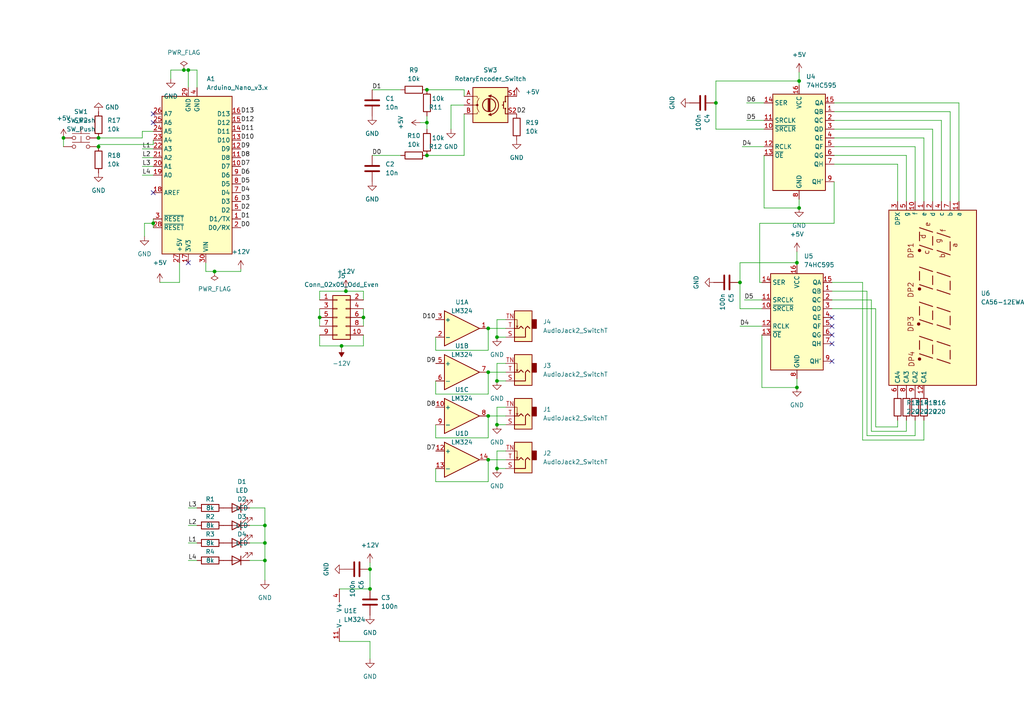
<source format=kicad_sch>
(kicad_sch (version 20211123) (generator eeschema)
  (paper "A4")
  (lib_symbols
    (symbol "74xx:74HC595"
      (property "Reference" "U" (at -7.62 13.97 0))
      (property "Value" "74HC595" (at -7.62 -16.51 0))
      (symbol "74HC595_1_0"
        (pin tri_state line (at 10.16 7.62 180) (length 2.54) (name "QB") (number "1"))
        (pin input line (at -10.16 2.54 0) (length 2.54) (name "~{SRCLR}") (number "10"))
        (pin input line (at -10.16 5.08 0) (length 2.54) (name "SRCLK") (number "11"))
        (pin input line (at -10.16 -2.54 0) (length 2.54) (name "RCLK") (number "12"))
        (pin input line (at -10.16 -5.08 0) (length 2.54) (name "~{OE}") (number "13"))
        (pin input line (at -10.16 10.16 0) (length 2.54) (name "SER") (number "14"))
        (pin tri_state line (at 10.16 10.16 180) (length 2.54) (name "QA") (number "15"))
        (pin power_in line (at 0 15.24 270) (length 2.54) (name "VCC") (number "16"))
        (pin tri_state line (at 10.16 5.08 180) (length 2.54) (name "QC") (number "2"))
        (pin tri_state line (at 10.16 2.54 180) (length 2.54) (name "QD") (number "3"))
        (pin tri_state line (at 10.16 0 180) (length 2.54) (name "QE") (number "4"))
        (pin tri_state line (at 10.16 -2.54 180) (length 2.54) (name "QF") (number "5"))
        (pin tri_state line (at 10.16 -5.08 180) (length 2.54) (name "QG") (number "6"))
        (pin tri_state line (at 10.16 -7.62 180) (length 2.54) (name "QH") (number "7"))
        (pin power_in line (at 0 -17.78 90) (length 2.54) (name "GND") (number "8"))
        (pin output line (at 10.16 -12.7 180) (length 2.54) (name "QH'") (number "9"))
      )
      (symbol "74HC595_1_1"
        (rectangle (start -7.62 12.7) (end 7.62 -15.24) (stroke (width 0.254)) (fill (type background)))
      )
    )
    (symbol "Amplifier_Operational:LM324" (pin_names (offset 0.127))
      (property "Reference" "U" (at 0 5.08 0))
      (property "Value" "LM324" (at 0 -5.08 0))
      (symbol "LM324_1_1"
        (polyline (pts (xy -5.08 5.08) (xy 5.08 0) (xy -5.08 -5.08) (xy -5.08 5.08)) (stroke (width 0.254)) (fill (type background)))
        (pin output line (at 7.62 0 180) (length 2.54) (name "~") (number "1"))
        (pin input line (at -7.62 -2.54 0) (length 2.54) (name "-") (number "2"))
        (pin input line (at -7.62 2.54 0) (length 2.54) (name "+") (number "3"))
      )
      (symbol "LM324_2_1"
        (polyline (pts (xy -5.08 5.08) (xy 5.08 0) (xy -5.08 -5.08) (xy -5.08 5.08)) (stroke (width 0.254)) (fill (type background)))
        (pin input line (at -7.62 2.54 0) (length 2.54) (name "+") (number "5"))
        (pin input line (at -7.62 -2.54 0) (length 2.54) (name "-") (number "6"))
        (pin output line (at 7.62 0 180) (length 2.54) (name "~") (number "7"))
      )
      (symbol "LM324_3_1"
        (polyline (pts (xy -5.08 5.08) (xy 5.08 0) (xy -5.08 -5.08) (xy -5.08 5.08)) (stroke (width 0.254)) (fill (type background)))
        (pin input line (at -7.62 2.54 0) (length 2.54) (name "+") (number "10"))
        (pin output line (at 7.62 0 180) (length 2.54) (name "~") (number "8"))
        (pin input line (at -7.62 -2.54 0) (length 2.54) (name "-") (number "9"))
      )
      (symbol "LM324_4_1"
        (polyline (pts (xy -5.08 5.08) (xy 5.08 0) (xy -5.08 -5.08) (xy -5.08 5.08)) (stroke (width 0.254)) (fill (type background)))
        (pin input line (at -7.62 2.54 0) (length 2.54) (name "+") (number "12"))
        (pin input line (at -7.62 -2.54 0) (length 2.54) (name "-") (number "13"))
        (pin output line (at 7.62 0 180) (length 2.54) (name "~") (number "14"))
      )
      (symbol "LM324_5_1"
        (pin power_in line (at -2.54 -7.62 90) (length 3.81) (name "V-") (number "11"))
        (pin power_in line (at -2.54 7.62 270) (length 3.81) (name "V+") (number "4"))
      )
    )
    (symbol "Connector:AudioJack2_SwitchT"
      (property "Reference" "J" (at 0 8.89 0))
      (property "Value" "AudioJack2_SwitchT" (at 0 6.35 0))
      (symbol "AudioJack2_SwitchT_0_1"
        (rectangle (start -2.54 0) (end -3.81 -2.54) (stroke (width 0.254)) (fill (type outline)))
        (polyline (pts (xy 1.778 -0.254) (xy 2.032 -0.762)))
        (polyline (pts (xy 0 0) (xy 0.635 -0.635) (xy 1.27 0) (xy 2.54 0)) (stroke (width 0.254)))
        (polyline (pts (xy 2.54 -2.54) (xy 1.778 -2.54) (xy 1.778 -0.254) (xy 1.524 -0.762)))
        (polyline (pts (xy 2.54 2.54) (xy -0.635 2.54) (xy -0.635 0) (xy -1.27 -0.635) (xy -1.905 0)) (stroke (width 0.254)))
        (rectangle (start 2.54 3.81) (end -2.54 -5.08) (stroke (width 0.254)) (fill (type background)))
      )
      (symbol "AudioJack2_SwitchT_1_1"
        (pin passive line (at 5.08 2.54 180) (length 2.54) (name "~") (number "S"))
        (pin passive line (at 5.08 0 180) (length 2.54) (name "~") (number "T"))
        (pin passive line (at 5.08 -2.54 180) (length 2.54) (name "~") (number "TN"))
      )
    )
    (symbol "Connector_Generic:Conn_02x05_Odd_Even" (pin_names (offset 1.016) hide)
      (property "Reference" "J" (at 1.27 7.62 0))
      (property "Value" "Conn_02x05_Odd_Even" (at 1.27 -7.62 0))
      (symbol "Conn_02x05_Odd_Even_1_1"
        (rectangle (start -1.27 -4.953) (end 0 -5.207) (stroke (width 0.1524)))
        (rectangle (start -1.27 -2.413) (end 0 -2.667) (stroke (width 0.1524)))
        (rectangle (start -1.27 0.127) (end 0 -0.127) (stroke (width 0.1524)))
        (rectangle (start -1.27 2.667) (end 0 2.413) (stroke (width 0.1524)))
        (rectangle (start -1.27 5.207) (end 0 4.953) (stroke (width 0.1524)))
        (rectangle (start -1.27 6.35) (end 3.81 -6.35) (stroke (width 0.254)) (fill (type background)))
        (rectangle (start 3.81 -4.953) (end 2.54 -5.207) (stroke (width 0.1524)))
        (rectangle (start 3.81 -2.413) (end 2.54 -2.667) (stroke (width 0.1524)))
        (rectangle (start 3.81 0.127) (end 2.54 -0.127) (stroke (width 0.1524)))
        (rectangle (start 3.81 2.667) (end 2.54 2.413) (stroke (width 0.1524)))
        (rectangle (start 3.81 5.207) (end 2.54 4.953) (stroke (width 0.1524)))
        (pin passive line (at -5.08 5.08 0) (length 3.81) (name "Pin_1") (number "1"))
        (pin passive line (at 7.62 -5.08 180) (length 3.81) (name "Pin_10") (number "10"))
        (pin passive line (at 7.62 5.08 180) (length 3.81) (name "Pin_2") (number "2"))
        (pin passive line (at -5.08 2.54 0) (length 3.81) (name "Pin_3") (number "3"))
        (pin passive line (at 7.62 2.54 180) (length 3.81) (name "Pin_4") (number "4"))
        (pin passive line (at -5.08 0 0) (length 3.81) (name "Pin_5") (number "5"))
        (pin passive line (at 7.62 0 180) (length 3.81) (name "Pin_6") (number "6"))
        (pin passive line (at -5.08 -2.54 0) (length 3.81) (name "Pin_7") (number "7"))
        (pin passive line (at 7.62 -2.54 180) (length 3.81) (name "Pin_8") (number "8"))
        (pin passive line (at -5.08 -5.08 0) (length 3.81) (name "Pin_9") (number "9"))
      )
    )
    (symbol "Device:C" (pin_numbers hide) (pin_names (offset 0.254))
      (property "Reference" "C" (at 0.635 2.54 0))
      (property "Value" "C" (at 0.635 -2.54 0))
      (symbol "C_0_1"
        (polyline (pts (xy -2.032 -0.762) (xy 2.032 -0.762)) (stroke (width 0.508)))
        (polyline (pts (xy -2.032 0.762) (xy 2.032 0.762)) (stroke (width 0.508)))
      )
      (symbol "C_1_1"
        (pin passive line (at 0 3.81 270) (length 2.794) (name "~") (number "1"))
        (pin passive line (at 0 -3.81 90) (length 2.794) (name "~") (number "2"))
      )
    )
    (symbol "Device:LED" (pin_numbers hide) (pin_names (offset 1.016) hide)
      (property "Reference" "D" (at 0 2.54 0))
      (property "Value" "LED" (at 0 -2.54 0))
      (symbol "LED_0_1"
        (polyline (pts (xy -1.27 -1.27) (xy -1.27 1.27)) (stroke (width 0.254)))
        (polyline (pts (xy -1.27 0) (xy 1.27 0)))
        (polyline (pts (xy 1.27 -1.27) (xy 1.27 1.27) (xy -1.27 0) (xy 1.27 -1.27)) (stroke (width 0.254)))
        (polyline (pts (xy -3.048 -0.762) (xy -4.572 -2.286) (xy -3.81 -2.286) (xy -4.572 -2.286) (xy -4.572 -1.524)))
        (polyline (pts (xy -1.778 -0.762) (xy -3.302 -2.286) (xy -2.54 -2.286) (xy -3.302 -2.286) (xy -3.302 -1.524)))
      )
      (symbol "LED_1_1"
        (pin passive line (at -3.81 0 0) (length 2.54) (name "K") (number "1"))
        (pin passive line (at 3.81 0 180) (length 2.54) (name "A") (number "2"))
      )
    )
    (symbol "Device:R" (pin_numbers hide) (pin_names (offset 0))
      (property "Reference" "R" (at 2.032 0 90))
      (property "Value" "R" (at 0 0 90))
      (symbol "R_0_1"
        (rectangle (start -1.016 -2.54) (end 1.016 2.54) (stroke (width 0.254)))
      )
      (symbol "R_1_1"
        (pin passive line (at 0 3.81 270) (length 1.27) (name "~") (number "1"))
        (pin passive line (at 0 -3.81 90) (length 1.27) (name "~") (number "2"))
      )
    )
    (symbol "Device:RotaryEncoder_Switch" (pin_names (offset 0.254) hide)
      (property "Reference" "SW" (at 0 6.604 0))
      (property "Value" "RotaryEncoder_Switch" (at 0 -6.604 0))
      (symbol "RotaryEncoder_Switch_0_1"
        (rectangle (start -5.08 5.08) (end 5.08 -5.08) (stroke (width 0.254)) (fill (type background)))
        (circle (center -3.81 0) (radius 0.254) (fill (type outline)))
        (arc (start -0.381 -2.794) (mid 2.3622 -0.0635) (end -0.381 2.667) (stroke (width 0.254)))
        (circle (center -0.381 0) (radius 1.905) (stroke (width 0.254)))
        (polyline (pts (xy -0.635 -1.778) (xy -0.635 1.778)) (stroke (width 0.254)))
        (polyline (pts (xy -0.381 -1.778) (xy -0.381 1.778)) (stroke (width 0.254)))
        (polyline (pts (xy -0.127 1.778) (xy -0.127 -1.778)) (stroke (width 0.254)))
        (polyline (pts (xy 3.81 0) (xy 3.429 0)) (stroke (width 0.254)))
        (polyline (pts (xy 3.81 1.016) (xy 3.81 -1.016)) (stroke (width 0.254)))
        (polyline (pts (xy -5.08 -2.54) (xy -3.81 -2.54) (xy -3.81 -2.032)))
        (polyline (pts (xy -5.08 2.54) (xy -3.81 2.54) (xy -3.81 2.032)))
        (polyline (pts (xy 0.254 -3.048) (xy -0.508 -2.794) (xy 0.127 -2.413)) (stroke (width 0.254)))
        (polyline (pts (xy 0.254 2.921) (xy -0.508 2.667) (xy 0.127 2.286)) (stroke (width 0.254)))
        (polyline (pts (xy 5.08 -2.54) (xy 4.318 -2.54) (xy 4.318 -1.016)) (stroke (width 0.254)))
        (polyline (pts (xy 5.08 2.54) (xy 4.318 2.54) (xy 4.318 1.016)) (stroke (width 0.254)))
        (polyline (pts (xy -5.08 0) (xy -3.81 0) (xy -3.81 -1.016) (xy -3.302 -2.032)))
        (polyline (pts (xy -4.318 0) (xy -3.81 0) (xy -3.81 1.016) (xy -3.302 2.032)))
        (circle (center 4.318 -1.016) (radius 0.127) (stroke (width 0.254)))
        (circle (center 4.318 1.016) (radius 0.127) (stroke (width 0.254)))
      )
      (symbol "RotaryEncoder_Switch_1_1"
        (pin passive line (at -7.62 2.54 0) (length 2.54) (name "A") (number "A"))
        (pin passive line (at -7.62 -2.54 0) (length 2.54) (name "B") (number "B"))
        (pin passive line (at -7.62 0 0) (length 2.54) (name "C") (number "C"))
        (pin passive line (at 7.62 2.54 180) (length 2.54) (name "S1") (number "S1"))
        (pin passive line (at 7.62 -2.54 180) (length 2.54) (name "S2") (number "S2"))
      )
    )
    (symbol "Display_Character:CA56-12EWA"
      (property "Reference" "U" (at -24.13 13.97 0))
      (property "Value" "CA56-12EWA" (at 19.05 13.97 0))
      (symbol "CA56-12EWA_0_0"
        (rectangle (start -25.4 12.7) (end 25.4 -12.7) (stroke (width 0.254)) (fill (type background)))
        (polyline (pts (xy -20.32 -3.81) (xy -19.05 0)) (stroke (width 0.254)))
        (polyline (pts (xy -19.05 -3.81) (xy -16.51 -3.81)) (stroke (width 0.254)))
        (polyline (pts (xy -18.796 1.27) (xy -17.526 5.08)) (stroke (width 0.254)))
        (polyline (pts (xy -17.78 0) (xy -15.24 0)) (stroke (width 0.254)))
        (polyline (pts (xy -16.256 5.08) (xy -13.716 5.08)) (stroke (width 0.254)))
        (polyline (pts (xy -15.24 -3.81) (xy -13.97 0)) (stroke (width 0.254)))
        (polyline (pts (xy -13.716 1.27) (xy -12.446 5.08)) (stroke (width 0.254)))
        (polyline (pts (xy -8.89 -3.81) (xy -7.62 0)) (stroke (width 0.254)))
        (polyline (pts (xy -7.62 -3.81) (xy -5.08 -3.81)) (stroke (width 0.254)))
        (polyline (pts (xy -7.366 1.27) (xy -6.096 5.08)) (stroke (width 0.254)))
        (polyline (pts (xy -6.35 0) (xy -3.81 0)) (stroke (width 0.254)))
        (polyline (pts (xy -4.826 5.08) (xy -2.286 5.08)) (stroke (width 0.254)))
        (polyline (pts (xy -3.81 -3.81) (xy -2.54 0)) (stroke (width 0.254)))
        (polyline (pts (xy -2.286 1.27) (xy -1.016 5.08)) (stroke (width 0.254)))
        (polyline (pts (xy 1.27 -3.81) (xy 2.54 0)) (stroke (width 0.254)))
        (polyline (pts (xy 2.54 -3.81) (xy 5.08 -3.81)) (stroke (width 0.254)))
        (polyline (pts (xy 2.794 1.27) (xy 4.064 5.08)) (stroke (width 0.254)))
        (polyline (pts (xy 3.81 0) (xy 6.35 0)) (stroke (width 0.254)))
        (polyline (pts (xy 5.334 5.08) (xy 7.874 5.08)) (stroke (width 0.254)))
        (polyline (pts (xy 6.35 -3.81) (xy 7.62 0)) (stroke (width 0.254)))
        (polyline (pts (xy 7.874 1.27) (xy 9.144 5.08)) (stroke (width 0.254)))
        (polyline (pts (xy 11.176 -3.81) (xy 12.446 0)) (stroke (width 0.254)))
        (polyline (pts (xy 12.446 -3.81) (xy 14.986 -3.81)) (stroke (width 0.254)))
        (polyline (pts (xy 12.7 1.27) (xy 13.97 5.08)) (stroke (width 0.254)))
        (polyline (pts (xy 13.716 0) (xy 16.256 0)) (stroke (width 0.254)))
        (polyline (pts (xy 15.24 5.08) (xy 17.78 5.08)) (stroke (width 0.254)))
        (polyline (pts (xy 16.256 -3.81) (xy 17.526 0)) (stroke (width 0.254)))
        (polyline (pts (xy 17.78 1.27) (xy 19.05 5.08)) (stroke (width 0.254)))
        (text "a" (at -15.24 6.35 0) (effects (font (size 1.524 1.524))))
        (text "b" (at -12.192 2.794 0) (effects (font (size 1.524 1.524))))
        (text "c" (at -13.208 -1.778 0) (effects (font (size 1.524 1.524))))
        (text "d" (at -17.78 -2.794 0) (effects (font (size 1.524 1.524))))
        (text "DP1" (at -13.716 -6.35 0) (effects (font (size 1.524 1.524))))
        (text "DP2" (at -2.286 -6.35 0) (effects (font (size 1.524 1.524))))
        (text "DP3" (at 7.62 -6.35 0) (effects (font (size 1.524 1.524))))
        (text "DP4" (at 17.78 -6.096 0) (effects (font (size 1.524 1.524))))
        (text "e" (at -21.336 -1.524 0) (effects (font (size 1.524 1.524))))
        (text "f" (at -19.558 3.048 0) (effects (font (size 1.524 1.524))))
        (text "g" (at -16.51 1.524 0) (effects (font (size 1.524 1.524))))
      )
      (symbol "CA56-12EWA_0_1"
        (circle (center -13.716 -3.81) (radius 0.3556) (stroke (width 0.254)) (fill (type outline)))
        (circle (center -2.54 -3.81) (radius 0.3556) (stroke (width 0.254)) (fill (type outline)))
      )
      (symbol "CA56-12EWA_1_0"
        (circle (center 7.62 -4.064) (radius 0.3556) (stroke (width 0.254)) (fill (type outline)))
        (circle (center 17.78 -3.81) (radius 0.3556) (stroke (width 0.254)) (fill (type outline)))
      )
      (symbol "CA56-12EWA_1_1"
        (pin input line (at -27.94 -2.54 0) (length 2.54) (name "e") (number "1"))
        (pin input line (at -27.94 -5.08 0) (length 2.54) (name "f") (number "10"))
        (pin input line (at -27.94 7.62 0) (length 2.54) (name "a") (number "11"))
        (pin input line (at 27.94 -2.54 180) (length 2.54) (name "CA1") (number "12"))
        (pin input line (at -27.94 0 0) (length 2.54) (name "d") (number "2"))
        (pin input line (at -27.94 -10.16 0) (length 2.54) (name "DPX") (number "3"))
        (pin input line (at -27.94 2.54 0) (length 2.54) (name "c") (number "4"))
        (pin input line (at -27.94 -7.62 0) (length 2.54) (name "g") (number "5"))
        (pin input line (at 27.94 -10.16 180) (length 2.54) (name "CA4") (number "6"))
        (pin input line (at -27.94 5.08 0) (length 2.54) (name "b") (number "7"))
        (pin input line (at 27.94 -7.62 180) (length 2.54) (name "CA3") (number "8"))
        (pin input line (at 27.94 -5.08 180) (length 2.54) (name "CA2") (number "9"))
      )
    )
    (symbol "MCU_Module:Arduino_Nano_v3.x"
      (property "Reference" "A" (at -10.16 23.495 0))
      (property "Value" "Arduino_Nano_v3.x" (at 5.08 -24.13 0))
      (symbol "Arduino_Nano_v3.x_0_1"
        (rectangle (start -10.16 22.86) (end 10.16 -22.86) (stroke (width 0.254)) (fill (type background)))
      )
      (symbol "Arduino_Nano_v3.x_1_1"
        (pin bidirectional line (at -12.7 12.7 0) (length 2.54) (name "D1/TX") (number "1"))
        (pin bidirectional line (at -12.7 -2.54 0) (length 2.54) (name "D7") (number "10"))
        (pin bidirectional line (at -12.7 -5.08 0) (length 2.54) (name "D8") (number "11"))
        (pin bidirectional line (at -12.7 -7.62 0) (length 2.54) (name "D9") (number "12"))
        (pin bidirectional line (at -12.7 -10.16 0) (length 2.54) (name "D10") (number "13"))
        (pin bidirectional line (at -12.7 -12.7 0) (length 2.54) (name "D11") (number "14"))
        (pin bidirectional line (at -12.7 -15.24 0) (length 2.54) (name "D12") (number "15"))
        (pin bidirectional line (at -12.7 -17.78 0) (length 2.54) (name "D13") (number "16"))
        (pin power_out line (at 2.54 25.4 270) (length 2.54) (name "3V3") (number "17"))
        (pin input line (at 12.7 5.08 180) (length 2.54) (name "AREF") (number "18"))
        (pin bidirectional line (at 12.7 0 180) (length 2.54) (name "A0") (number "19"))
        (pin bidirectional line (at -12.7 15.24 0) (length 2.54) (name "D0/RX") (number "2"))
        (pin bidirectional line (at 12.7 -2.54 180) (length 2.54) (name "A1") (number "20"))
        (pin bidirectional line (at 12.7 -5.08 180) (length 2.54) (name "A2") (number "21"))
        (pin bidirectional line (at 12.7 -7.62 180) (length 2.54) (name "A3") (number "22"))
        (pin bidirectional line (at 12.7 -10.16 180) (length 2.54) (name "A4") (number "23"))
        (pin bidirectional line (at 12.7 -12.7 180) (length 2.54) (name "A5") (number "24"))
        (pin bidirectional line (at 12.7 -15.24 180) (length 2.54) (name "A6") (number "25"))
        (pin bidirectional line (at 12.7 -17.78 180) (length 2.54) (name "A7") (number "26"))
        (pin power_out line (at 5.08 25.4 270) (length 2.54) (name "+5V") (number "27"))
        (pin input line (at 12.7 15.24 180) (length 2.54) (name "~{RESET}") (number "28"))
        (pin power_in line (at 2.54 -25.4 90) (length 2.54) (name "GND") (number "29"))
        (pin input line (at 12.7 12.7 180) (length 2.54) (name "~{RESET}") (number "3"))
        (pin power_in line (at -2.54 25.4 270) (length 2.54) (name "VIN") (number "30"))
        (pin power_in line (at 0 -25.4 90) (length 2.54) (name "GND") (number "4"))
        (pin bidirectional line (at -12.7 10.16 0) (length 2.54) (name "D2") (number "5"))
        (pin bidirectional line (at -12.7 7.62 0) (length 2.54) (name "D3") (number "6"))
        (pin bidirectional line (at -12.7 5.08 0) (length 2.54) (name "D4") (number "7"))
        (pin bidirectional line (at -12.7 2.54 0) (length 2.54) (name "D5") (number "8"))
        (pin bidirectional line (at -12.7 0 0) (length 2.54) (name "D6") (number "9"))
      )
    )
    (symbol "Switch:SW_Push" (pin_numbers hide) (pin_names (offset 1.016) hide)
      (property "Reference" "SW" (at 1.27 2.54 0))
      (property "Value" "SW_Push" (at 0 -1.524 0))
      (symbol "SW_Push_0_1"
        (circle (center -2.032 0) (radius 0.508))
        (polyline (pts (xy 0 1.27) (xy 0 3.048)))
        (polyline (pts (xy 2.54 1.27) (xy -2.54 1.27)))
        (circle (center 2.032 0) (radius 0.508))
        (pin passive line (at -5.08 0 0) (length 2.54) (name "1") (number "1"))
        (pin passive line (at 5.08 0 180) (length 2.54) (name "2") (number "2"))
      )
    )
    (symbol "power:+12V" (power) (pin_names (offset 0))
      (property "Value" "+12V" (at 0 3.556 0))
      (symbol "+12V_0_1"
        (polyline (pts (xy -0.762 1.27) (xy 0 2.54)))
        (polyline (pts (xy 0 0) (xy 0 2.54)))
        (polyline (pts (xy 0 2.54) (xy 0.762 1.27)))
      )
      (symbol "+12V_1_1"
        (pin power_in line (at 0 0 90) (length 0) hide (name "+12V") (number "1"))
      )
    )
    (symbol "power:+5V" (power) (pin_names (offset 0))
      (property "Value" "+5V" (at 0 3.556 0))
      (symbol "+5V_0_1"
        (polyline (pts (xy -0.762 1.27) (xy 0 2.54)))
        (polyline (pts (xy 0 0) (xy 0 2.54)))
        (polyline (pts (xy 0 2.54) (xy 0.762 1.27)))
      )
      (symbol "+5V_1_1"
        (pin power_in line (at 0 0 90) (length 0) hide (name "+5V") (number "1"))
      )
    )
    (symbol "power:-12V" (power) (pin_names (offset 0))
      (property "Value" "-12V" (at 0 3.81 0))
      (symbol "-12V_0_0"
        (pin power_in line (at 0 0 90) (length 0) hide (name "-12V") (number "1"))
      )
      (symbol "-12V_0_1"
        (polyline (pts (xy 0 0) (xy 0 1.27) (xy 0.762 1.27) (xy 0 2.54) (xy -0.762 1.27) (xy 0 1.27)) (fill (type outline)))
      )
    )
    (symbol "power:GND" (power) (pin_names (offset 0))
      (property "Value" "GND" (at 0 -3.81 0))
      (symbol "GND_0_1"
        (polyline (pts (xy 0 0) (xy 0 -1.27) (xy 1.27 -1.27) (xy 0 -2.54) (xy -1.27 -1.27) (xy 0 -1.27)))
      )
      (symbol "GND_1_1"
        (pin power_in line (at 0 0 270) (length 0) hide (name "GND") (number "1"))
      )
    )
    (symbol "power:PWR_FLAG" (power) (pin_numbers hide) (pin_names (offset 0) hide)
      (property "Value" "PWR_FLAG" (at 0 3.81 0))
      (symbol "PWR_FLAG_0_0"
        (pin power_out line (at 0 0 90) (length 0) (name "pwr") (number "1"))
      )
      (symbol "PWR_FLAG_0_1"
        (polyline (pts (xy 0 0) (xy 0 1.27) (xy -1.016 1.905) (xy 0 2.54) (xy 1.016 1.905) (xy 0 1.27)))
      )
    )
  )
  (junction (at 105.41 92.075))
  (junction (at 141.605 95.25))
  (junction (at 231.14 112.395))
  (junction (at 53.34 20.32))
  (junction (at 28.575 42.545))
  (junction (at 100.33 84.455))
  (junction (at 144.145 123.19))
  (junction (at 144.145 97.79))
  (junction (at 231.14 76.2))
  (junction (at 107.315 165.1))
  (junction (at 123.825 35.56))
  (junction (at 44.45 64.77))
  (junction (at 76.835 157.48))
  (junction (at 123.825 45.085))
  (junction (at 214.63 81.915))
  (junction (at 141.605 107.95))
  (junction (at 99.06 100.33))
  (junction (at 92.71 92.075))
  (junction (at 76.835 152.4))
  (junction (at 231.775 23.495))
  (junction (at 144.145 110.49))
  (junction (at 76.835 162.56))
  (junction (at 141.605 133.35))
  (junction (at 144.145 135.89))
  (junction (at 207.645 29.845))
  (junction (at 123.825 26.035))
  (junction (at 28.575 40.005))
  (junction (at 107.315 170.815))
  (junction (at 18.415 40.005))
  (junction (at 231.775 60.325))
  (junction (at 54.61 20.32))
  (junction (at 141.605 120.65))
  (junction (at 62.23 78.74))
  (no_connect (at 44.45 33.02))
  (no_connect (at 54.61 76.2))
  (no_connect (at 44.45 55.88))
  (no_connect (at 241.3 104.775))
  (no_connect (at 241.3 99.695))
  (no_connect (at 241.3 94.615))
  (no_connect (at 44.45 35.56))
  (no_connect (at 241.3 92.075))
  (no_connect (at 241.3 97.155))
  (wire (pts (xy 44.45 64.77) (xy 44.45 66.04)))
  (wire (pts (xy 141.605 95.25) (xy 141.605 101.6)))
  (wire (pts (xy 92.71 86.995) (xy 92.71 84.455)))
  (wire (pts (xy 76.835 157.48) (xy 76.835 162.56)))
  (wire (pts (xy 76.835 152.4) (xy 76.835 157.48)))
  (wire (pts (xy 265.43 58.42) (xy 265.43 42.545)))
  (wire (pts (xy 105.41 84.455) (xy 105.41 86.995)))
  (wire (pts (xy 231.14 76.2) (xy 231.14 76.835)))
  (wire (pts (xy 273.05 58.42) (xy 273.05 34.925)))
  (wire (pts (xy 146.685 105.41) (xy 144.145 105.41)))
  (wire (pts (xy 141.605 120.65) (xy 141.605 127)))
  (wire (pts (xy 146.685 130.81) (xy 144.145 130.81)))
  (wire (pts (xy 126.365 101.6) (xy 126.365 97.79)))
  (wire (pts (xy 265.43 42.545) (xy 241.935 42.545)))
  (wire (pts (xy 241.3 81.915) (xy 250.19 81.915)))
  (wire (pts (xy 134.62 33.02) (xy 134.62 45.085)))
  (wire (pts (xy 241.935 40.005) (xy 267.97 40.005)))
  (wire (pts (xy 220.345 81.915) (xy 220.98 81.915)))
  (wire (pts (xy 69.85 78.105) (xy 69.85 78.74)))
  (wire (pts (xy 28.575 41.91) (xy 28.575 42.545)))
  (wire (pts (xy 241.935 32.385) (xy 275.59 32.385)))
  (wire (pts (xy 44.45 63.5) (xy 44.45 64.77)))
  (wire (pts (xy 220.345 64.77) (xy 220.345 81.915)))
  (wire (pts (xy 41.275 48.26) (xy 44.45 48.26)))
  (wire (pts (xy 231.775 20.955) (xy 231.775 23.495)))
  (wire (pts (xy 123.825 35.56) (xy 123.825 33.655)))
  (wire (pts (xy 273.05 34.925) (xy 241.935 34.925)))
  (wire (pts (xy 107.315 163.195) (xy 107.315 165.1)))
  (wire (pts (xy 134.62 30.48) (xy 130.81 30.48)))
  (wire (pts (xy 251.46 84.455) (xy 241.3 84.455)))
  (wire (pts (xy 265.43 121.92) (xy 265.43 126.365)))
  (wire (pts (xy 134.62 45.085) (xy 123.825 45.085)))
  (wire (pts (xy 216.535 34.925) (xy 221.615 34.925)))
  (wire (pts (xy 99.06 100.33) (xy 92.71 100.33)))
  (wire (pts (xy 216.535 29.845) (xy 221.615 29.845)))
  (wire (pts (xy 241.935 47.625) (xy 260.35 47.625)))
  (wire (pts (xy 54.61 157.48) (xy 57.15 157.48)))
  (wire (pts (xy 141.605 133.35) (xy 141.605 139.7)))
  (wire (pts (xy 92.71 92.075) (xy 92.71 94.615)))
  (wire (pts (xy 214.63 89.535) (xy 214.63 81.915)))
  (wire (pts (xy 107.315 186.055) (xy 107.315 191.135)))
  (wire (pts (xy 54.61 25.4) (xy 54.61 20.32)))
  (wire (pts (xy 107.315 165.1) (xy 107.315 170.815)))
  (wire (pts (xy 126.365 114.3) (xy 126.365 110.49)))
  (wire (pts (xy 72.39 157.48) (xy 76.835 157.48)))
  (wire (pts (xy 54.61 147.32) (xy 57.15 147.32)))
  (wire (pts (xy 144.145 105.41) (xy 144.145 110.49)))
  (wire (pts (xy 44.45 40.64) (xy 44.45 41.91)))
  (wire (pts (xy 18.415 40.005) (xy 18.415 42.545)))
  (wire (pts (xy 41.91 64.77) (xy 44.45 64.77)))
  (wire (pts (xy 59.69 76.2) (xy 59.69 78.74)))
  (wire (pts (xy 146.685 92.71) (xy 144.145 92.71)))
  (wire (pts (xy 252.73 125.095) (xy 262.89 125.095)))
  (wire (pts (xy 62.23 78.74) (xy 69.85 78.74)))
  (wire (pts (xy 241.935 45.085) (xy 262.89 45.085)))
  (wire (pts (xy 123.825 26.035) (xy 134.62 26.035)))
  (wire (pts (xy 141.605 127) (xy 126.365 127)))
  (wire (pts (xy 92.71 100.33) (xy 92.71 97.155)))
  (wire (pts (xy 262.89 121.92) (xy 262.89 125.095)))
  (wire (pts (xy 52.07 76.2) (xy 52.07 81.915)))
  (wire (pts (xy 146.685 118.11) (xy 144.145 118.11)))
  (wire (pts (xy 241.935 37.465) (xy 270.51 37.465)))
  (wire (pts (xy 59.69 78.74) (xy 62.23 78.74)))
  (wire (pts (xy 207.645 29.845) (xy 207.645 23.495)))
  (wire (pts (xy 260.35 121.92) (xy 260.35 123.825)))
  (wire (pts (xy 221.615 45.085) (xy 221.615 60.325)))
  (wire (pts (xy 126.365 123.19) (xy 126.365 127)))
  (wire (pts (xy 141.605 114.3) (xy 126.365 114.3)))
  (wire (pts (xy 231.14 109.855) (xy 231.14 112.395)))
  (wire (pts (xy 100.33 84.455) (xy 105.41 84.455)))
  (wire (pts (xy 49.53 20.32) (xy 53.34 20.32)))
  (wire (pts (xy 100.33 83.82) (xy 100.33 84.455)))
  (wire (pts (xy 41.275 43.18) (xy 44.45 43.18)))
  (wire (pts (xy 57.15 25.4) (xy 57.15 20.32)))
  (wire (pts (xy 220.98 97.155) (xy 220.98 112.395)))
  (wire (pts (xy 46.355 81.915) (xy 52.07 81.915)))
  (wire (pts (xy 72.39 147.32) (xy 76.835 147.32)))
  (wire (pts (xy 72.39 152.4) (xy 76.835 152.4)))
  (wire (pts (xy 220.98 89.535) (xy 214.63 89.535)))
  (wire (pts (xy 98.425 186.055) (xy 107.315 186.055)))
  (wire (pts (xy 72.39 162.56) (xy 76.835 162.56)))
  (wire (pts (xy 54.61 20.32) (xy 57.15 20.32)))
  (wire (pts (xy 215.265 42.545) (xy 221.615 42.545)))
  (wire (pts (xy 134.62 26.035) (xy 134.62 27.94)))
  (wire (pts (xy 207.645 37.465) (xy 207.645 29.845)))
  (wire (pts (xy 41.91 68.58) (xy 41.91 64.77)))
  (wire (pts (xy 262.89 45.085) (xy 262.89 58.42)))
  (wire (pts (xy 214.63 81.915) (xy 214.63 76.2)))
  (wire (pts (xy 76.835 147.32) (xy 76.835 152.4)))
  (wire (pts (xy 141.605 107.95) (xy 146.685 107.95)))
  (wire (pts (xy 220.345 64.77) (xy 241.935 64.77)))
  (wire (pts (xy 144.145 97.79) (xy 146.685 97.79)))
  (wire (pts (xy 241.935 29.845) (xy 278.13 29.845)))
  (wire (pts (xy 107.95 45.085) (xy 116.205 45.085)))
  (wire (pts (xy 141.605 101.6) (xy 126.365 101.6)))
  (wire (pts (xy 92.71 84.455) (xy 100.33 84.455)))
  (wire (pts (xy 105.41 89.535) (xy 105.41 92.075)))
  (wire (pts (xy 41.275 40.005) (xy 41.275 38.1)))
  (wire (pts (xy 214.63 94.615) (xy 220.98 94.615)))
  (wire (pts (xy 241.3 86.995) (xy 252.73 86.995)))
  (wire (pts (xy 231.775 23.495) (xy 231.775 24.765)))
  (wire (pts (xy 53.34 20.32) (xy 54.61 20.32)))
  (wire (pts (xy 250.19 81.915) (xy 250.19 127.635)))
  (wire (pts (xy 141.605 139.7) (xy 126.365 139.7)))
  (wire (pts (xy 107.95 26.035) (xy 116.205 26.035)))
  (wire (pts (xy 49.53 20.32) (xy 49.53 22.86)))
  (wire (pts (xy 252.73 86.995) (xy 252.73 125.095)))
  (wire (pts (xy 221.615 37.465) (xy 207.645 37.465)))
  (wire (pts (xy 123.825 35.56) (xy 123.825 37.465)))
  (wire (pts (xy 130.81 30.48) (xy 130.81 37.465)))
  (wire (pts (xy 220.98 112.395) (xy 231.14 112.395)))
  (wire (pts (xy 41.275 50.8) (xy 44.45 50.8)))
  (wire (pts (xy 141.605 95.25) (xy 146.685 95.25)))
  (wire (pts (xy 76.835 162.56) (xy 76.835 168.275)))
  (wire (pts (xy 28.575 40.005) (xy 41.275 40.005)))
  (wire (pts (xy 144.145 130.81) (xy 144.145 135.89)))
  (wire (pts (xy 92.71 89.535) (xy 92.71 92.075)))
  (wire (pts (xy 260.35 58.42) (xy 260.35 47.625)))
  (wire (pts (xy 54.61 162.56) (xy 57.15 162.56)))
  (wire (pts (xy 144.145 118.11) (xy 144.145 123.19)))
  (wire (pts (xy 278.13 29.845) (xy 278.13 58.42)))
  (wire (pts (xy 221.615 60.325) (xy 231.775 60.325)))
  (wire (pts (xy 141.605 107.95) (xy 141.605 114.3)))
  (wire (pts (xy 144.145 110.49) (xy 146.685 110.49)))
  (wire (pts (xy 105.41 92.075) (xy 105.41 94.615)))
  (wire (pts (xy 105.41 100.33) (xy 99.06 100.33)))
  (wire (pts (xy 41.275 38.1) (xy 44.45 38.1)))
  (wire (pts (xy 267.97 40.005) (xy 267.97 58.42)))
  (wire (pts (xy 231.775 57.785) (xy 231.775 60.325)))
  (wire (pts (xy 41.275 45.72) (xy 44.45 45.72)))
  (wire (pts (xy 267.97 121.92) (xy 267.97 127.635)))
  (wire (pts (xy 144.145 123.19) (xy 146.685 123.19)))
  (wire (pts (xy 215.9 86.995) (xy 220.98 86.995)))
  (wire (pts (xy 99.06 100.33) (xy 99.06 100.965)))
  (wire (pts (xy 251.46 126.365) (xy 251.46 84.455)))
  (wire (pts (xy 214.63 76.2) (xy 231.14 76.2)))
  (wire (pts (xy 54.61 152.4) (xy 57.15 152.4)))
  (wire (pts (xy 44.45 41.91) (xy 28.575 41.91)))
  (wire (pts (xy 260.35 123.825) (xy 254 123.825)))
  (wire (pts (xy 207.645 23.495) (xy 231.775 23.495)))
  (wire (pts (xy 144.145 135.89) (xy 146.685 135.89)))
  (wire (pts (xy 231.14 73.025) (xy 231.14 76.2)))
  (wire (pts (xy 98.425 170.815) (xy 107.315 170.815)))
  (wire (pts (xy 141.605 133.35) (xy 146.685 133.35)))
  (wire (pts (xy 144.145 92.71) (xy 144.145 97.79)))
  (wire (pts (xy 105.41 97.155) (xy 105.41 100.33)))
  (wire (pts (xy 241.935 52.705) (xy 241.935 64.77)))
  (wire (pts (xy 254 89.535) (xy 241.3 89.535)))
  (wire (pts (xy 254 123.825) (xy 254 89.535)))
  (wire (pts (xy 250.19 127.635) (xy 267.97 127.635)))
  (wire (pts (xy 275.59 32.385) (xy 275.59 58.42)))
  (wire (pts (xy 270.51 37.465) (xy 270.51 58.42)))
  (wire (pts (xy 121.92 35.56) (xy 123.825 35.56)))
  (wire (pts (xy 265.43 126.365) (xy 251.46 126.365)))
  (wire (pts (xy 141.605 120.65) (xy 146.685 120.65)))
  (wire (pts (xy 126.365 139.7) (xy 126.365 135.89)))
  (label "D7" (at 69.85 48.26 0))
  (label "D5" (at 216.535 34.925 0))
  (label "L2" (at 54.61 152.4 0))
  (label "D0" (at 107.95 45.085 0))
  (label "D6" (at 69.85 50.8 0))
  (label "D4" (at 214.63 94.615 0))
  (label "L3" (at 41.275 48.26 0))
  (label "D13" (at 69.85 33.02 0))
  (label "L4" (at 41.275 50.8 0))
  (label "D10" (at 126.365 92.71 180))
  (label "D6" (at 216.535 29.845 0))
  (label "D7" (at 126.365 130.81 180))
  (label "D10" (at 69.85 40.64 0))
  (label "L4" (at 54.61 162.56 0))
  (label "D4" (at 215.265 42.545 0))
  (label "D1" (at 107.95 26.035 0))
  (label "D8" (at 69.85 45.72 0))
  (label "D5" (at 215.9 86.995 0))
  (label "D2" (at 149.86 33.02 0))
  (label "D9" (at 126.365 105.41 180))
  (label "L1" (at 41.275 43.18 0))
  (label "D9" (at 69.85 43.18 0))
  (label "D12" (at 69.85 35.56 0))
  (label "L2" (at 41.275 45.72 0))
  (label "D0" (at 69.85 66.04 0))
  (label "D11" (at 69.85 38.1 0))
  (label "D2" (at 69.85 60.96 0))
  (label "D8" (at 126.365 118.11 180))
  (label "L1" (at 54.61 157.48 0))
  (label "D4" (at 69.85 55.88 0))
  (label "L3" (at 54.61 147.32 0))
  (label "D1" (at 69.85 63.5 0))
  (label "D5" (at 69.85 53.34 0))
  (label "D3" (at 69.85 58.42 0))
  (symbol (lib_id "Amplifier_Operational:LM324") (at 100.965 178.435 0) (unit 5)
    (property "Reference" "U1" (at 99.695 177.1649 0) (effects (justify left)))
    (property "Value" "LM324" (at 99.695 179.7049 0) (effects (justify left)))
    (property "Footprint" "Package_DIP:DIP-14_W7.62mm" (effects hide))
    (property "Datasheet" "http://www.ti.com/lit/ds/symlink/lm2902-n.pdf" (effects hide))
  )
  (symbol (lib_id "Device:LED") (at 68.58 152.4 180) (unit 1)
    (property "Reference" "D2" (at 70.1675 144.78 0))
    (property "Value" "LED" (at 70.1675 147.32 0))
    (property "Footprint" "LED_THT:LED_D3.0mm" (effects hide))
  )
  (symbol (lib_id "power:GND") (at 28.575 32.385 180) (unit 1)
    (property "Reference" "#PWR027" (effects hide))
    (property "Value" "GND" (at 30.48 31.1149 0) (effects (justify right)))
  )
  (symbol (lib_id "power:GND") (at 76.835 168.275 0) (unit 1)
    (property "Reference" "#PWR0101" (effects hide))
    (property "Value" "GND" (at 76.835 173.355 0))
  )
  (symbol (lib_id "Device:R") (at 149.86 36.83 180) (unit 1)
    (property "Reference" "R19" (at 152.4 35.5599 0) (effects (justify right)))
    (property "Value" "10k" (at 152.4 38.0999 0) (effects (justify right)))
    (property "Footprint" "Resistor_THT:R_Axial_DIN0207_L6.3mm_D2.5mm_P7.62mm_Horizontal" (effects hide))
  )
  (symbol (lib_id "power:GND") (at 144.145 123.19 0) (unit 1)
    (property "Reference" "#PWR018" (effects hide))
    (property "Value" "GND" (at 144.145 128.27 0))
  )
  (symbol (lib_id "Switch:SW_Push") (at 23.495 40.005 0) (unit 1)
    (property "Reference" "SW1" (at 23.495 32.385 0))
    (property "Value" "SW_Push" (at 23.495 34.925 0))
    (property "Footprint" "Button_Switch_THT:SW_PUSH_6mm" (effects hide))
  )
  (symbol (lib_id "Connector_Generic:Conn_02x05_Odd_Even") (at 97.79 92.075 0) (unit 1)
    (property "Reference" "J5" (at 99.06 80.01 0))
    (property "Value" "Conn_02x05_Odd_Even" (at 99.06 82.55 0))
    (property "Footprint" "Connector_PinHeader_2.54mm:PinHeader_2x05_P2.54mm_Vertical" (effects hide))
  )
  (symbol (lib_id "power:GND") (at 144.145 97.79 0) (unit 1)
    (property "Reference" "#PWR016" (effects hide))
    (property "Value" "GND" (at 144.145 102.87 0))
  )
  (symbol (lib_id "power:GND") (at 107.95 33.655 0) (unit 1)
    (property "Reference" "#PWR012" (effects hide))
    (property "Value" "GND" (at 107.95 38.735 0))
  )
  (symbol (lib_id "Device:R") (at 262.89 118.11 0) (unit 1)
    (property "Reference" "R14" (at 265.43 116.8399 0) (effects (justify left)))
    (property "Value" "220" (at 265.43 119.3799 0) (effects (justify left)))
    (property "Footprint" "Resistor_THT:R_Axial_DIN0207_L6.3mm_D2.5mm_P7.62mm_Horizontal" (effects hide))
  )
  (symbol (lib_id "Device:LED") (at 68.58 162.56 180) (unit 1)
    (property "Reference" "D4" (at 70.1675 154.94 0))
    (property "Value" "LED" (at 70.1675 157.48 0))
    (property "Footprint" "LED_THT:LED_D3.0mm" (effects hide))
  )
  (symbol (lib_id "Connector:AudioJack2_SwitchT") (at 151.765 107.95 180) (unit 1)
    (property "Reference" "J3" (at 157.48 106.0449 0) (effects (justify right)))
    (property "Value" "AudioJack2_SwitchT" (at 157.48 108.5849 0) (effects (justify right)))
    (property "Footprint" "Eurorack:Thonkiconn" (effects hide))
  )
  (symbol (lib_id "Device:R") (at 260.35 118.11 0) (unit 1)
    (property "Reference" "R13" (at 262.89 116.8399 0) (effects (justify left)))
    (property "Value" "220" (at 262.89 119.3799 0) (effects (justify left)))
    (property "Footprint" "Resistor_THT:R_Axial_DIN0207_L6.3mm_D2.5mm_P7.62mm_Horizontal" (effects hide))
  )
  (symbol (lib_id "power:+5V") (at 149.86 27.94 0) (unit 1)
    (property "Reference" "#PWR024" (effects hide))
    (property "Value" "+5V" (at 152.4 26.6699 0) (effects (justify left)))
  )
  (symbol (lib_id "power:GND") (at 144.145 110.49 0) (unit 1)
    (property "Reference" "#PWR017" (effects hide))
    (property "Value" "GND" (at 144.145 115.57 0))
  )
  (symbol (lib_id "power:+5V") (at 231.14 73.025 0) (unit 1)
    (property "Reference" "#PWR025" (effects hide))
    (property "Value" "+5V" (at 231.14 67.945 0))
  )
  (symbol (lib_id "power:GND") (at 144.145 135.89 0) (unit 1)
    (property "Reference" "#PWR019" (effects hide))
    (property "Value" "GND" (at 144.145 140.97 0))
  )
  (symbol (lib_id "Device:R") (at 120.015 45.085 270) (unit 1)
    (property "Reference" "R10" (at 120.015 39.37 90))
    (property "Value" "10k" (at 120.015 41.91 90))
    (property "Footprint" "Resistor_THT:R_Axial_DIN0207_L6.3mm_D2.5mm_P7.62mm_Horizontal" (effects hide))
  )
  (symbol (lib_id "power:GND") (at 207.01 81.915 270) (unit 1)
    (property "Reference" "#PWR0105" (effects hide))
    (property "Value" "GND" (at 201.93 81.915 0))
  )
  (symbol (lib_id "Device:R") (at 265.43 118.11 0) (unit 1)
    (property "Reference" "R15" (at 267.97 116.8399 0) (effects (justify left)))
    (property "Value" "220" (at 267.97 119.3799 0) (effects (justify left)))
    (property "Footprint" "Resistor_THT:R_Axial_DIN0207_L6.3mm_D2.5mm_P7.62mm_Horizontal" (effects hide))
  )
  (symbol (lib_id "power:GND") (at 99.695 165.1 270) (unit 1)
    (property "Reference" "#PWR010" (effects hide))
    (property "Value" "GND" (at 94.615 165.1 0))
  )
  (symbol (lib_id "Display_Character:CA56-12EWA") (at 270.51 86.36 270) (unit 1)
    (property "Reference" "U6" (at 284.48 85.0899 90) (effects (justify left)))
    (property "Value" "CA56-12EWA" (at 284.48 87.6299 90) (effects (justify left)))
    (property "Footprint" "Display_7Segment:CA56-12EWA" (effects hide))
    (property "Datasheet" "http://www.kingbrightusa.com/images/catalog/SPEC/CA56-12EWA.pdf" (effects hide))
  )
  (symbol (lib_id "power:GND") (at 107.95 52.705 0) (unit 1)
    (property "Reference" "#PWR013" (effects hide))
    (property "Value" "GND" (at 107.95 57.785 0))
  )
  (symbol (lib_id "Device:C") (at 103.505 165.1 270) (unit 1)
    (property "Reference" "C6" (at 104.7751 168.275 0) (effects (justify left)))
    (property "Value" "100n" (at 102.2351 168.275 0) (effects (justify left)))
    (property "Footprint" "Capacitor_THT:C_Disc_D3.8mm_W2.6mm_P2.50mm" (effects hide))
  )
  (symbol (lib_id "Amplifier_Operational:LM324") (at 133.985 107.95 0) (unit 2)
    (property "Reference" "U1" (at 133.985 100.33 0))
    (property "Value" "LM324" (at 133.985 102.87 0))
    (property "Footprint" "Package_DIP:DIP-14_W7.62mm" (effects hide))
    (property "Datasheet" "http://www.ti.com/lit/ds/symlink/lm2902-n.pdf" (effects hide))
  )
  (symbol (lib_id "Device:R") (at 28.575 46.355 180) (unit 1)
    (property "Reference" "R18" (at 31.115 45.0849 0) (effects (justify right)))
    (property "Value" "10k" (at 31.115 47.6249 0) (effects (justify right)))
    (property "Footprint" "Resistor_THT:R_Axial_DIN0207_L6.3mm_D2.5mm_P7.62mm_Horizontal" (effects hide))
  )
  (symbol (lib_id "Connector:AudioJack2_SwitchT") (at 151.765 95.25 180) (unit 1)
    (property "Reference" "J4" (at 157.48 93.3449 0) (effects (justify right)))
    (property "Value" "AudioJack2_SwitchT" (at 157.48 95.8849 0) (effects (justify right)))
    (property "Footprint" "Eurorack:Thonkiconn" (effects hide))
  )
  (symbol (lib_id "Device:R") (at 60.96 157.48 270) (unit 1)
    (property "Reference" "R3" (at 60.96 154.94 90))
    (property "Value" "8k" (at 60.96 157.48 90))
    (property "Footprint" "Resistor_THT:R_Axial_DIN0207_L6.3mm_D2.5mm_P7.62mm_Horizontal" (effects hide))
  )
  (symbol (lib_id "power:+5V") (at 121.92 35.56 90) (unit 1)
    (property "Reference" "#PWR014" (effects hide))
    (property "Value" "+5V" (at 116.205 35.56 0))
  )
  (symbol (lib_id "Device:R") (at 60.96 147.32 90) (unit 1)
    (property "Reference" "R1" (at 60.96 144.78 90))
    (property "Value" "8k" (at 60.96 147.32 90))
    (property "Footprint" "Resistor_THT:R_Axial_DIN0207_L6.3mm_D2.5mm_P7.62mm_Horizontal" (effects hide))
  )
  (symbol (lib_id "Device:LED") (at 68.58 157.48 180) (unit 1)
    (property "Reference" "D3" (at 70.1675 149.86 0))
    (property "Value" "LED" (at 70.1675 152.4 0))
    (property "Footprint" "LED_THT:LED_D3.0mm" (effects hide))
  )
  (symbol (lib_id "MCU_Module:Arduino_Nano_v3.x") (at 57.15 50.8 180) (unit 1)
    (property "Reference" "A1" (at 59.9187 22.86 0) (effects (justify right)))
    (property "Value" "Arduino_Nano_v3.x" (at 59.9187 25.4 0) (effects (justify right)))
    (property "Footprint" "Module:Arduino_Nano" (effects hide))
    (property "Datasheet" "http://www.mouser.com/pdfdocs/Gravitech_Arduino_Nano3_0.pdf" (effects hide))
  )
  (symbol (lib_id "Device:R") (at 267.97 118.11 0) (unit 1)
    (property "Reference" "R16" (at 270.51 116.8399 0) (effects (justify left)))
    (property "Value" "220" (at 270.51 119.3799 0) (effects (justify left)))
    (property "Footprint" "Resistor_THT:R_Axial_DIN0207_L6.3mm_D2.5mm_P7.62mm_Horizontal" (effects hide))
  )
  (symbol (lib_id "power:GND") (at 28.575 50.165 0) (unit 1)
    (property "Reference" "#PWR028" (effects hide))
    (property "Value" "GND" (at 28.575 55.245 0))
  )
  (symbol (lib_id "Device:R") (at 120.015 26.035 90) (unit 1)
    (property "Reference" "R9" (at 120.015 20.32 90))
    (property "Value" "10k" (at 120.015 22.86 90))
    (property "Footprint" "Resistor_THT:R_Axial_DIN0207_L6.3mm_D2.5mm_P7.62mm_Horizontal" (effects hide))
  )
  (symbol (lib_id "Connector:AudioJack2_SwitchT") (at 151.765 120.65 180) (unit 1)
    (property "Reference" "J1" (at 157.48 118.7449 0) (effects (justify right)))
    (property "Value" "AudioJack2_SwitchT" (at 157.48 121.2849 0) (effects (justify right)))
    (property "Footprint" "Eurorack:Thonkiconn" (effects hide))
  )
  (symbol (lib_id "power:GND") (at 130.81 37.465 0) (unit 1)
    (property "Reference" "#PWR015" (effects hide))
    (property "Value" "GND" (at 130.81 42.545 0))
  )
  (symbol (lib_id "Device:R") (at 60.96 162.56 270) (unit 1)
    (property "Reference" "R4" (at 60.96 160.02 90))
    (property "Value" "8k" (at 60.96 162.56 90))
    (property "Footprint" "Resistor_THT:R_Axial_DIN0207_L6.3mm_D2.5mm_P7.62mm_Horizontal" (effects hide))
  )
  (symbol (lib_id "power:PWR_FLAG") (at 53.34 20.32 0) (unit 1)
    (property "Reference" "#FLG0101" (effects hide))
    (property "Value" "PWR_FLAG" (at 53.34 15.24 0))
  )
  (symbol (lib_id "power:+5V") (at 46.355 81.915 0) (unit 1)
    (property "Reference" "#PWR03" (effects hide))
    (property "Value" "+5V" (at 46.355 76.2 0))
  )
  (symbol (lib_id "Amplifier_Operational:LM324") (at 133.985 120.65 0) (unit 3)
    (property "Reference" "U1" (at 133.985 113.03 0))
    (property "Value" "LM324" (at 133.985 115.57 0))
    (property "Footprint" "Package_DIP:DIP-14_W7.62mm" (effects hide))
    (property "Datasheet" "http://www.ti.com/lit/ds/symlink/lm2902-n.pdf" (effects hide))
  )
  (symbol (lib_id "74xx:74HC595") (at 231.14 92.075 0) (unit 1)
    (property "Reference" "U5" (at 233.1594 74.295 0) (effects (justify left)))
    (property "Value" "74HC595" (at 233.1594 76.835 0) (effects (justify left)))
    (property "Footprint" "Package_DIP:DIP-16_W7.62mm" (effects hide))
    (property "Datasheet" "http://www.ti.com/lit/ds/symlink/sn74hc595.pdf" (effects hide))
  )
  (symbol (lib_id "power:+5V") (at 18.415 40.005 0) (unit 1)
    (property "Reference" "#PWR02" (effects hide))
    (property "Value" "+5V" (at 18.415 34.29 0))
  )
  (symbol (lib_id "Device:RotaryEncoder_Switch") (at 142.24 30.48 0) (unit 1)
    (property "Reference" "SW3" (at 142.24 20.32 0))
    (property "Value" "RotaryEncoder_Switch" (at 142.24 22.86 0))
    (property "Footprint" "Rotary_Encoder:RotaryEncoder_Alps_EC11E-Switch_Vertical_H20mm" (effects hide))
  )
  (symbol (lib_id "power:GND") (at 200.025 29.845 270) (unit 1)
    (property "Reference" "#PWR0104" (effects hide))
    (property "Value" "GND" (at 194.945 29.845 0))
  )
  (symbol (lib_id "power:+12V") (at 69.85 78.105 0) (unit 1)
    (property "Reference" "#PWR09" (effects hide))
    (property "Value" "+12V" (at 69.85 73.025 0))
  )
  (symbol (lib_id "power:GND") (at 41.91 68.58 0) (unit 1)
    (property "Reference" "#PWR0103" (effects hide))
    (property "Value" "GND" (at 41.91 73.66 0))
  )
  (symbol (lib_id "Amplifier_Operational:LM324") (at 133.985 95.25 0) (unit 1)
    (property "Reference" "U1" (at 133.985 87.63 0))
    (property "Value" "LM324" (at 133.985 90.17 0))
    (property "Footprint" "Package_DIP:DIP-14_W7.62mm" (effects hide))
    (property "Datasheet" "http://www.ti.com/lit/ds/symlink/lm2902-n.pdf" (effects hide))
  )
  (symbol (lib_id "Device:R") (at 123.825 29.845 0) (unit 1)
    (property "Reference" "R11" (at 128.27 31.115 0) (effects (justify right)))
    (property "Value" "10k" (at 128.905 28.575 0) (effects (justify right)))
    (property "Footprint" "Resistor_THT:R_Axial_DIN0207_L6.3mm_D2.5mm_P7.62mm_Horizontal" (effects hide))
  )
  (symbol (lib_id "power:GND") (at 231.775 60.325 0) (unit 1)
    (property "Reference" "#PWR06" (effects hide))
    (property "Value" "GND" (at 231.775 65.405 0))
  )
  (symbol (lib_id "power:PWR_FLAG") (at 62.23 78.74 180) (unit 1)
    (property "Reference" "#FLG0102" (effects hide))
    (property "Value" "PWR_FLAG" (at 62.23 83.82 0))
  )
  (symbol (lib_id "Amplifier_Operational:LM324") (at 133.985 133.35 0) (unit 4)
    (property "Reference" "U1" (at 133.985 125.73 0))
    (property "Value" "LM324" (at 133.985 128.27 0))
    (property "Footprint" "Package_DIP:DIP-14_W7.62mm" (effects hide))
    (property "Datasheet" "http://www.ti.com/lit/ds/symlink/lm2902-n.pdf" (effects hide))
  )
  (symbol (lib_id "Device:LED") (at 68.58 147.32 180) (unit 1)
    (property "Reference" "D1" (at 70.1675 139.7 0))
    (property "Value" "LED" (at 70.1675 142.24 0))
    (property "Footprint" "LED_THT:LED_D3.0mm" (effects hide))
  )
  (symbol (lib_id "Device:C") (at 107.315 174.625 0) (unit 1)
    (property "Reference" "C3" (at 110.49 173.3549 0) (effects (justify left)))
    (property "Value" "100n" (at 110.49 175.8949 0) (effects (justify left)))
    (property "Footprint" "Capacitor_THT:C_Disc_D3.8mm_W2.6mm_P2.50mm" (effects hide))
  )
  (symbol (lib_id "power:+12V") (at 107.315 163.195 0) (unit 1)
    (property "Reference" "#PWR011" (effects hide))
    (property "Value" "+12V" (at 107.315 158.115 0))
  )
  (symbol (lib_id "Device:C") (at 203.835 29.845 270) (unit 1)
    (property "Reference" "C4" (at 205.1051 33.02 0) (effects (justify left)))
    (property "Value" "100n" (at 202.5651 33.02 0) (effects (justify left)))
    (property "Footprint" "Capacitor_THT:C_Disc_D3.8mm_W2.6mm_P2.50mm" (effects hide))
  )
  (symbol (lib_id "Device:C") (at 210.82 81.915 270) (unit 1)
    (property "Reference" "C5" (at 212.0901 85.09 0) (effects (justify left)))
    (property "Value" "100n" (at 209.5501 85.09 0) (effects (justify left)))
    (property "Footprint" "Capacitor_THT:C_Disc_D3.8mm_W2.6mm_P2.50mm" (effects hide))
  )
  (symbol (lib_id "power:GND") (at 107.315 178.435 0) (unit 1)
    (property "Reference" "#PWR0102" (effects hide))
    (property "Value" "GND" (at 107.315 183.515 0))
  )
  (symbol (lib_id "power:+5V") (at 231.775 20.955 0) (unit 1)
    (property "Reference" "#PWR05" (effects hide))
    (property "Value" "+5V" (at 231.775 15.875 0))
  )
  (symbol (lib_id "Connector:AudioJack2_SwitchT") (at 151.765 133.35 180) (unit 1)
    (property "Reference" "J2" (at 157.48 131.4449 0) (effects (justify right)))
    (property "Value" "AudioJack2_SwitchT" (at 157.48 133.9849 0) (effects (justify right)))
    (property "Footprint" "Eurorack:Thonkiconn" (effects hide))
  )
  (symbol (lib_id "power:GND") (at 149.86 40.64 0) (unit 1)
    (property "Reference" "#PWR029" (effects hide))
    (property "Value" "GND" (at 149.86 45.72 0))
  )
  (symbol (lib_id "power:-12V") (at 99.06 100.965 180) (unit 1)
    (property "Reference" "#PWR07" (effects hide))
    (property "Value" "-12V" (at 99.06 105.41 0))
  )
  (symbol (lib_id "power:+12V") (at 100.33 83.82 0) (unit 1)
    (property "Reference" "#PWR08" (effects hide))
    (property "Value" "+12V" (at 100.33 78.74 0))
  )
  (symbol (lib_id "Switch:SW_Push") (at 23.495 42.545 0) (unit 1)
    (property "Reference" "SW2" (at 23.495 34.925 0))
    (property "Value" "SW_Push" (at 23.495 37.465 0))
    (property "Footprint" "Button_Switch_THT:SW_PUSH_6mm" (effects hide))
  )
  (symbol (lib_id "power:GND") (at 107.315 191.135 0) (unit 1)
    (property "Reference" "#PWR04" (effects hide))
    (property "Value" "GND" (at 107.315 196.215 0))
  )
  (symbol (lib_id "Device:C") (at 107.95 48.895 0) (unit 1)
    (property "Reference" "C2" (at 111.76 47.6249 0) (effects (justify left)))
    (property "Value" "10n" (at 111.76 50.1649 0) (effects (justify left)))
    (property "Footprint" "Capacitor_THT:C_Disc_D3.0mm_W2.0mm_P2.50mm" (effects hide))
  )
  (symbol (lib_id "74xx:74HC595") (at 231.775 40.005 0) (unit 1)
    (property "Reference" "U4" (at 233.7944 22.225 0) (effects (justify left)))
    (property "Value" "74HC595" (at 233.7944 24.765 0) (effects (justify left)))
    (property "Footprint" "Package_DIP:DIP-16_W7.62mm" (effects hide))
    (property "Datasheet" "http://www.ti.com/lit/ds/symlink/sn74hc595.pdf" (effects hide))
  )
  (symbol (lib_id "power:GND") (at 231.14 112.395 0) (unit 1)
    (property "Reference" "#PWR026" (effects hide))
    (property "Value" "GND" (at 231.14 117.475 0))
  )
  (symbol (lib_id "Device:R") (at 28.575 36.195 180) (unit 1)
    (property "Reference" "R17" (at 31.115 34.9249 0) (effects (justify right)))
    (property "Value" "10k" (at 31.115 37.4649 0) (effects (justify right)))
    (property "Footprint" "Resistor_THT:R_Axial_DIN0207_L6.3mm_D2.5mm_P7.62mm_Horizontal" (effects hide))
  )
  (symbol (lib_id "Device:R") (at 123.825 41.275 0) (unit 1)
    (property "Reference" "R12" (at 128.27 42.545 0) (effects (justify right)))
    (property "Value" "10k" (at 128.905 40.005 0) (effects (justify right)))
    (property "Footprint" "Resistor_THT:R_Axial_DIN0207_L6.3mm_D2.5mm_P7.62mm_Horizontal" (effects hide))
  )
  (symbol (lib_id "power:GND") (at 49.53 22.86 0) (unit 1)
    (property "Reference" "#PWR01" (effects hide))
    (property "Value" "GND" (at 49.53 27.94 0))
  )
  (symbol (lib_id "Device:R") (at 60.96 152.4 270) (unit 1)
    (property "Reference" "R2" (at 60.96 149.86 90))
    (property "Value" "8k" (at 60.96 152.4 90))
    (property "Footprint" "Resistor_THT:R_Axial_DIN0207_L6.3mm_D2.5mm_P7.62mm_Horizontal" (effects hide))
  )
  (symbol (lib_id "Device:C") (at 107.95 29.845 0) (unit 1)
    (property "Reference" "C1" (at 111.76 28.5749 0) (effects (justify left)))
    (property "Value" "10n" (at 111.76 31.1149 0) (effects (justify left)))
    (property "Footprint" "Capacitor_THT:C_Disc_D3.0mm_W2.0mm_P2.50mm" (effects hide))
  )
)
</source>
